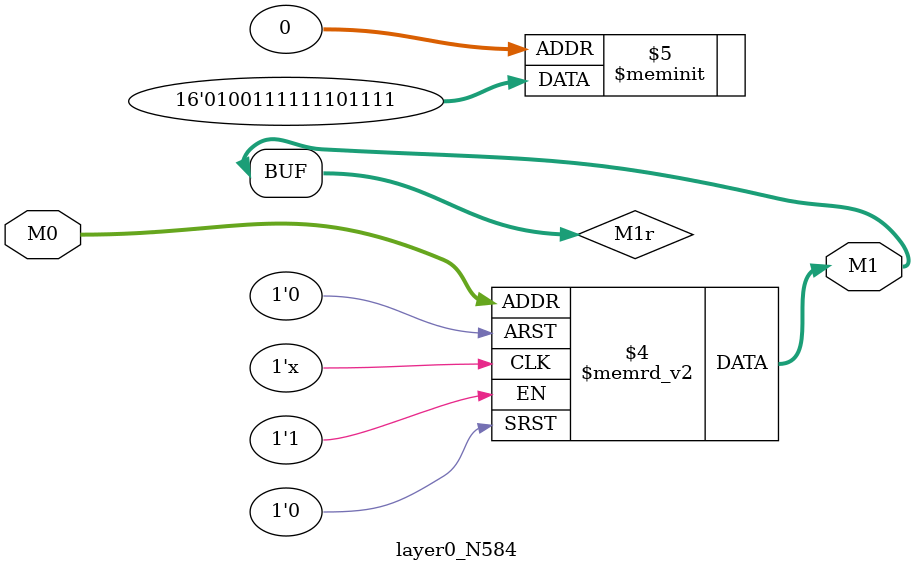
<source format=v>
module layer0_N584 ( input [2:0] M0, output [1:0] M1 );

	(*rom_style = "distributed" *) reg [1:0] M1r;
	assign M1 = M1r;
	always @ (M0) begin
		case (M0)
			3'b000: M1r = 2'b11;
			3'b100: M1r = 2'b11;
			3'b010: M1r = 2'b10;
			3'b110: M1r = 2'b00;
			3'b001: M1r = 2'b11;
			3'b101: M1r = 2'b11;
			3'b011: M1r = 2'b11;
			3'b111: M1r = 2'b01;

		endcase
	end
endmodule

</source>
